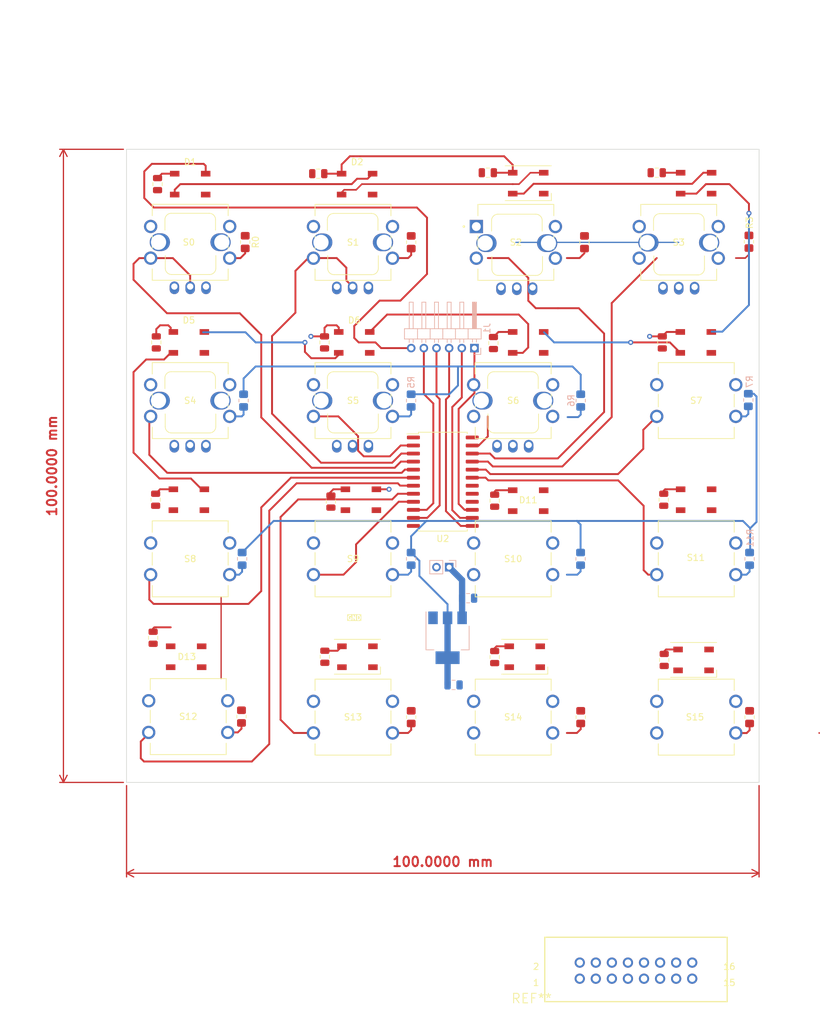
<source format=kicad_pcb>
(kicad_pcb (version 20221018) (generator pcbnew)
  (layers (0 "F.Cu" signal) (31 "B.Cu" signal) (34 "B.Paste" user) (35 "F.Paste" user) (36 "B.SilkS" user "B.Silkscreen") (37 "F.SilkS" user "F.Silkscreen") (38 "B.Mask" user) (39 "F.Mask" user) (44 "Edge.Cuts" user))
  (net 0 "")
  (net 1 "GND")
  (net 4 "unconnected-(D10-DIN-Pad4)")
  (net 8 "Net-(D1-DOUT)")
  (net 9 "NEO_DIN")
  (net 10 "Net-(D2-DOUT)")
  (net 11 "D13_DOUT")
  (net 12 "Net-(D14-DOUT)")
  (net 13 "Net-(D15-DOUT)")
  (net 14 "Net-(D3-DOUT)")
  (net 16 "Net-(D13-DOUT)")
  (net 18 "M1_A4")
  (net 19 "M1_A6")
  (net 20 "M1_A7")
  (net 21 "M1_A5")
  (net 22 "M1_A3")
  (net 23 "M1_A0")
  (net 24 "M1_A1")
  (net 25 "M1_A2")
  (net 26 "M1_A15")
  (net 27 "M1_A14")
  (net 28 "M1_A13")
  (net 29 "M1_A12")
  (net 30 "M1_A11")
  (net 31 "M1_A10")
  (net 32 "M1_A9")
  (net 33 "M1_A8")
  (net 35 "Net-(R0-Pad2)")
  (net 36 "Net-(R1-Pad2)")
  (net 37 "Net-(R2-Pad2)")
  (net 38 "Net-(R3-Pad2)")
  (net 39 "Net-(R4-Pad1)")
  (net 40 "Net-(R5-Pad2)")
  (net 41 "Net-(R6-Pad1)")
  (net 42 "Net-(R7-Pad1)")
  (net 43 "Net-(R8-Pad2)")
  (net 44 "Net-(R9-Pad2)")
  (net 45 "Net-(R10-Pad2)")
  (net 46 "Net-(R11-Pad2)")
  (net 47 "Net-(R12-Pad1)")
  (net 48 "Net-(R13-Pad1)")
  (net 49 "Net-(R14-Pad1)")
  (net 50 "Net-(R15-Pad1)")
  (net 51 "+5V")
  (net 52 "D4_OUT")
  (net 53 "D5_DOUT")
  (net 54 "Net-(D5-DIN)")
  (net 55 "Net-(D6-DIN)")
  (net 56 "Net-(D7-DIN)")
  (net 57 "Net-(J1-Pin_1)")
  (net 58 "Net-(J1-Pin_2)")
  (net 59 "Net-(J1-Pin_5)")
  (net 60 "Net-(J1-Pin_3)")
  (net 61 "Net-(J1-Pin_4)")
  (net 62 "AMS_+3V")
  (net 63 "AMS_V_IN")
  (net 64 "AMS_VOUT")
  (footprint "LED_SMD:LED_WS2812B_PLCC4_5.0x5.0mm_P3.2mm" (layer "F.Cu") (at 113.5 78)
    (fp_text reference "D7" hide)
    (fp_text value "WS2812B" hide)
  )
  (footprint "LED_SMD:LED_WS2812B_PLCC4_5.0x5.0mm_P3.2mm" (layer "F.Cu") (at 87.05 102.85)
    (fp_text reference "D10" hide)
    (fp_text value "WS2812B" hide)
  )
  (footprint "Capacitor_SMD:C_0805_2012Metric" (layer "F.Cu") (at 134.7 78 -90)
    (fp_text reference "C8" hide)
    (fp_text value "100n" hide)
  )
  (footprint "LED_SMD:LED_WS2812B_PLCC4_5.0x5.0mm_P3.2mm" (layer "F.Cu") (at 60.06 53)
    (fp_text reference "D1")
    (fp_text value "WS2812B" hide)
  )
  (footprint "LED_SMD:LED_WS2812B_PLCC4_5.0x5.0mm_P3.2mm" (layer "F.Cu") (at 140.05 52.85)
    (fp_text reference "D4" hide)
    (fp_text value "WS2812B" hide)
  )
  (footprint "Resistor_SMD:R_0805_2012Metric_Pad1.20x1.40mm_HandSolder" (layer "F.Cu") (at 121.8 137.1875 90)
    (fp_text reference "R14" hide)
    (fp_text value "R" hide)
  )
  (footprint "TL1100F160Q:SW_TL1100F160Q" (layer "F.Cu") (at 140.07 137.1875)
    (fp_text reference "S15")
    (fp_text value "TL1100F160Q" hide)
  )
  (footprint "LED_SMD:LED_WS2812B_PLCC4_5.0x5.0mm_P3.2mm" (layer "F.Cu") (at 140 78)
    (fp_text reference "D8" hide)
    (fp_text value "WS2812B" hide)
  )
  (footprint "LED_SMD:LED_WS2812B_PLCC4_5.0x5.0mm_P3.2mm" (layer "F.Cu") (at 59.425 127.65)
    (fp_text reference "D13")
    (fp_text value "WS2812B" hide)
  )
  (footprint "Resistor_SMD:R_0805_2012Metric_Pad1.20x1.40mm_HandSolder" (layer "F.Cu") (at 122.4 62.1775 -90)
    (fp_text reference "R2" hide)
    (fp_text value "R" hide)
  )
  (footprint "Package_SO:SOIC-24W_7.5x15.4mm_P1.27mm" (layer "F.Cu") (at 100 100)
    (fp_text reference "U2")
    (fp_text value "CD74HC4067M" hide)
  )
  (footprint "TL1100F160Q:SW_TL1100F160Q" (layer "F.Cu") (at 140.07 112.1875)
    (fp_text reference "S11")
    (fp_text value "TL1100F160Q" hide)
  )
  (footprint "TL1100F160Q:SW_TL1100F160Q" (layer "F.Cu") (at 111.125 112.1875)
    (fp_text reference "S10")
    (fp_text value "TL1100F160Q" hide)
  )
  (footprint "Capacitor_SMD:C_0805_2012Metric" (layer "F.Cu") (at 81.35 127.65 -90)
    (fp_text reference "C14" hide)
    (fp_text value "100n" hide)
  )
  (footprint "Capacitor_SMD:C_0805_2012Metric" (layer "F.Cu") (at 82.31 103.14 -90)
    (fp_text reference "C10" hide)
    (fp_text value "100n" hide)
  )
  (footprint "Capacitor_SMD:C_0805_2012Metric" (layer "F.Cu") (at 107.115 51.2 180)
    (fp_text reference "C3" hide)
    (fp_text value "100n" hide)
  )
  (footprint "Capacitor_SMD:C_0805_2012Metric" (layer "F.Cu") (at 108.2 103 -90)
    (fp_text reference "C11" hide)
    (fp_text value "100n" hide)
  )
  (footprint "Capacitor_SMD:C_0805_2012Metric" (layer "F.Cu") (at 80.31 51.35 180)
    (fp_text reference "C02" hide)
    (fp_text value "100n" hide)
  )
  (footprint "Resistor_SMD:R_0805_2012Metric_Pad1.20x1.40mm_HandSolder" (layer "F.Cu") (at 95 62.1775 -90)
    (fp_text reference "R1" hide)
    (fp_text value "R" hide)
  )
  (footprint "Capacitor_SMD:C_0805_2012Metric" (layer "F.Cu") (at 54.7 78 -90)
    (fp_text reference "C5" hide)
    (fp_text value "100n" hide)
  )
  (footprint "TL1100F160Q:SW_TL1100F160Q" (layer "F.Cu") (at 111.55 62.2)
    (fp_text reference "S2")
    (fp_text value "TL1100F160Q" hide)
  )
  (footprint "TL1100F160Q:SW_TL1100F160Q" (layer "F.Cu") (at 85.8 112.1875)
    (fp_text reference "S9")
    (fp_text value "TL1100F160Q" hide)
  )
  (footprint "TL1100F160Q:SW_TL1100F160Q" (layer "F.Cu") (at 85.8 87.1875)
    (fp_text reference "S5")
    (fp_text value "TL1100F160Q" hide)
  )
  (footprint "TL1100F160Q:SW_TL1100F160Q" (layer "F.Cu") (at 111.125 87.1875)
    (fp_text reference "S6")
    (fp_text value "TL1100F160Q" hide)
  )
  (footprint "TL1100F160Q:SW_TL1100F160Q" (layer "F.Cu") (at 140.07 87.1875)
    (fp_text reference "S7")
    (fp_text value "TL1100F160Q" hide)
  )
  (footprint "LED_SMD:LED_WS2812B_PLCC4_5.0x5.0mm_P3.2mm" (layer "F.Cu") (at 86.5 127.65)
    (fp_text reference "D14" hide)
    (fp_text value "WS2812B" hide)
  )
  (footprint "TL1100F160Q:SW_TL1100F160Q" (layer "F.Cu") (at 85.8 137.1875)
    (fp_text reference "S13")
    (fp_text value "TL1100F160Q" hide)
  )
  (footprint "LED_SMD:LED_WS2812B_PLCC4_5.0x5.0mm_P3.2mm" (layer "F.Cu") (at 140.05 102.85)
    (fp_text reference "D12" hide)
    (fp_text value "WS2812B" hide)
  )
  (footprint "Resistor_SMD:R_0805_2012Metric_Pad1.20x1.40mm_HandSolder" (layer "F.Cu") (at 148.5 137.1875 90)
    (fp_text reference "R15" hide)
    (fp_text value "R" hide)
  )
  (footprint "Resistor_SMD:R_0805_2012Metric_Pad1.20x1.40mm_HandSolder" (layer "F.Cu") (at 148.4 62.1 -90)
    (fp_text reference "R3")
    (fp_text value "R" hide)
  )
  (footprint "Capacitor_SMD:C_0805_2012Metric" (layer "F.Cu") (at 134.93 102.85 -90)
    (fp_text reference "C12" hide)
    (fp_text value "100n" hide)
  )
  (footprint "Resistor_SMD:R_0805_2012Metric_Pad1.20x1.40mm_HandSolder" (layer "F.Cu") (at 68.758 62.154 -90)
    (fp_text reference "R0")
    (fp_text value "R" hide)
  )
  (footprint "Potentiometer_THT:Potentiometer_Alps_RK09L_Single_Vertical" (layer "F.Cu") (at 78.44 87.3)
    (fp_text reference "UI1010" hide)
    (fp_text value "P090S-04F20BR10K (NF)" hide)
  )
  (footprint "LED_SMD:LED_WS2812B_PLCC4_5.0x5.0mm_P3.2mm" (layer "F.Cu") (at 59.85 102.85)
    (fp_text reference "D9" hide)
    (fp_text value "WS2812B" hide)
  )
  (footprint "Resistor_SMD:R_0805_2012Metric_Pad1.20x1.40mm_HandSolder" (layer "F.Cu") (at 95 137.1875 90)
    (fp_text reference "R13" hide)
    (fp_text value "R" hide)
  )
  (footprint "Potentiometer_THT:Potentiometer_Alps_RK09L_Single_Vertical" (layer "F.Cu") (at 130.005 62.3375)
    (fp_text reference "UI1010" hide)
    (fp_text value "P090S-04F20BR10K (NF)" hide)
  )
  (footprint "LED_SMD:LED_WS2812B_PLCC4_5.0x5.0mm_P3.2mm" (layer "F.Cu") (at 139.645 128.15)
    (fp_text reference "D16" hide)
    (fp_text value "WS2812B" hide)
  )
  (footprint "Potentiometer_THT:Potentiometer_Alps_RK09L_Single_Vertical" (layer "F.Cu") (at 78.44 62.3)
    (fp_text reference "UI1010" hide)
    (fp_text value "P090S-04F20BR10K (NF)" hide)
  )
  (footprint "TL1100F160Q:SW_TL1100F160Q" (layer "F.Cu") (at 111.125 137.1875)
    (fp_text reference "S14")
    (fp_text value "TL1100F160Q" hide)
  )
  (footprint "TL1100F160Q:SW_TL1100F160Q" (layer "F.Cu") (at 60.06 62.1875)
    (fp_text reference "S0")
    (fp_text value "TL1100F160Q" hide)
  )
  (footprint "TL1100F160Q:SW_TL1100F160Q" (layer "F.Cu") (at 59.75 137.1)
    (fp_text reference "S12")
    (fp_text value "TL1100F160Q" hide)
  )
  (footprint "LED_SMD:LED_WS2812B_PLCC4_5.0x5.0mm_P3.2mm" (layer "F.Cu") (at 85.9975 78)
    (fp_text reference "D6")
    (fp_text value "WS2812B" hide)
  )
  (footprint "LED_SMD:LED_WS2812B_PLCC4_5.0x5.0mm_P3.2mm" (layer "F.Cu") (at 113.50481 52.85)
    (fp_text reference "D3" hide)
    (fp_text value "WS2812B" hide)
  )
  (footprint "Potentiometer_THT:Potentiometer_Alps_RK09L_Single_Vertical" (layer "F.Cu") (at 52.76 62.2775)
    (fp_text reference "UI1010" hide)
    (fp_text value "P090S-04F20BR10K (NF)" hide)
  )
  (footprint "LED_SMD:LED_WS2812B_PLCC4_5.0x5.0mm_P3.2mm" (layer "F.Cu") (at 59.85 78)
    (fp_text reference "D5")
    (fp_text value "WS2812B" hide)
  )
  (footprint "Capacitor_SMD:C_0805_2012Metric" (layer "F.Cu") (at 54.6 102.85 -90)
    (fp_text reference "C9" hide)
    (fp_text value "100n" hide)
  )
  (footprint "Samtec8x2:SAMTEC-TST-108-01-X-D" (layer "F.Cu") (at 130.54 177.03751)
    (fp_text reference "REF**")
    (fp_text value "SAMTEC-TST-108-01-X-D")
  )
  (footprint "Resistor_SMD:R_0805_2012Metric_Pad1.20x1.40mm_HandSolder" (layer "F.Cu") (at 68.17 137.1 90)
    (fp_text reference "R12" hide)
    (fp_text value "R" hide)
  )
  (footprint "Potentiometer_THT:Potentiometer_Alps_RK09L_Single_Vertical" (layer "F.Cu") (at 103.775 87.3)
    (fp_text reference "UI1010" hide)
    (fp_text value "P090S-04F20BR10K (NF)" hide)
  )
  (footprint "TL1100F160Q:SW_TL1100F160Q" (layer "F.Cu") (at 85.8 62.2)
    (fp_text reference "S1")
    (fp_text value "TL1100F160Q" hide)
  )
  (footprint "Potentiometer_THT:Potentiometer_Alps_RK09L_Single_Vertical" (layer "F.Cu") (at 52.75 87.3)
    (fp_text reference "UI1010" hide)
    (fp_text value "P090S-04F20BR10K (NF)" hide)
  )
  (footprint "Capacitor_SMD:C_0805_2012Metric" (layer "F.Cu") (at 54.2 124.65 -90)
    (fp_text reference "C13" hide)
    (fp_text value "100n" hide)
  )
  (footprint "LED_SMD:LED_WS2812B_PLCC4_5.0x5.0mm_P3.2mm" (layer "F.Cu") (at 113.5 103)
    (fp_text reference "D11")
    (fp_text value "WS2812B" hide)
  )
  (footprint "Capacitor_SMD:C_0805_2012Metric" (layer "F.Cu") (at 81.3 78 -90)
    (fp_text reference "C6" hide)
    (fp_text value "100n" hide)
  )
  (footprint "TL1100F160Q:SW_TL1100F160Q" (layer "F.Cu") (at 60.06 112.1875)
    (fp_text reference "S8")
    (fp_text value "TL1100F160Q" hide)
  )
  (footprint "TL1100F160Q:SW_TL1100F160Q" (layer "F.Cu") (at 60.06 87.1875)
    (fp_text reference "S4")
    (fp_text value "TL1100F160Q" hide)
  )
  (footprint "Capacitor_SMD:C_0805_2012Metric" (layer "F.Cu") (at 54.9 53 -90)
    (fp_text reference "C01" hide)
    (fp_text value "100n" hide)
  )
  (footprint "LED_SMD:LED_WS2812B_PLCC4_5.0x5.0mm_P3.2mm" (layer "F.Cu") (at 112.95 127.65)
    (fp_text reference "D15" hide)
    (fp_text value "WS2812B" hide)
  )
  (footprint "Potentiometer_THT:Potentiometer_Alps_RK09L_Single_Vertical" (layer "F.Cu") (at 104.4 62.4225)
    (fp_text reference "UI1010" hide)
    (fp_text value "P090S-04F20BR10K (NF)" hide)
  )
  (footprint "Capacitor_SMD:C_0805_2012Metric" (layer "F.Cu") (at 133.82 51.2 180)
    (fp_text reference "C4" hide)
    (fp_text value "100n" hide)
  )
  (footprint "Capacitor_SMD:C_0805_2012Metric" (layer "F.Cu") (at 108 78.1 -90)
    (fp_text reference "C7" hide)
    (fp_text value "100n" hide)
  )
  (footprint "Capacitor_SMD:C_0805_2012Metric" (layer "F.Cu") (at 108.2 127.7 -90)
    (fp_text reference "C15" hide)
    (fp_text value "100n" hide)
  )
  (footprint "TL1100F160Q:SW_TL1100F160Q" (layer "F.Cu") (at 137.3 62.2)
    (fp_text reference "S3")
    (fp_text value "TL1100F160Q" hide)
  )
  (footprint "Capacitor_SMD:C_0805_2012Metric" (layer "F.Cu") (at 135 128.15 -90)
    (fp_text reference "C16" hide)
    (fp_text value "100n" hide)
  )
  (footprint "LED_SMD:LED_WS2812B_PLCC4_5.0x5.0mm_P3.2mm" (layer "F.Cu") (at 86.45 53)
    (fp_text reference "D2")
    (fp_text value "WS2812B" hide)
  )
  (footprint "Capacitor_SMD:C_0805_2012Metric" (layer "B.Cu") (at 104 118.4 180)
    (fp_text reference "C18" hide)
    (fp_text value "10Uf" hide)
  )
  (footprint "Resistor_SMD:R_0805_2012Metric_Pad1.20x1.40mm_HandSolder" (layer "B.Cu") (at 68.5 87.1875 90)
    (fp_text reference "R4" hide)
    (fp_text value "R" hide)
  )
  (footprint "Capacitor_SMD:C_0805_2012Metric" (layer "B.Cu") (at 101.7 132.1 180)
    (fp_text reference "C17" hide)
    (fp_text value "10Uf" hide)
  )
  (footprint "Connector_PinSocket_2.00mm:PinSocket_1x02_P2.00mm_Vertical" (layer "B.Cu") (at 101 113.5 90)
    (fp_text reference "REF**" hide)
    (fp_text value "PinSocket_1x02_P2.00mm_Vertical" hide)
  )
  (footprint "Resistor_SMD:R_0805_2012Metric_Pad1.20x1.40mm_HandSolder" (layer "B.Cu") (at 148.5 112.1875 -90)
    (fp_text reference "R11")
    (fp_text value "R" hide)
  )
  (footprint "Resistor_SMD:R_0805_2012Metric_Pad1.20x1.40mm_HandSolder" (layer "B.Cu") (at 94.99 112.1875 -90)
    (fp_text reference "R9" hide)
    (fp_text value "R" hide)
  )
  (footprint "Connector_PinHeader_2.00mm:PinHeader_1x06_P2.00mm_Horizontal" (layer "B.Cu") (at 105 78.9 90)
    (fp_text reference "J1")
    (fp_text value "Conn_01x06_MountingPin" hide)
  )
  (footprint "Resistor_SMD:R_0805_2012Metric_Pad1.20x1.40mm_HandSolder" (layer "B.Cu") (at 121.78 112.1875 -90)
    (fp_text reference "R10" hide)
    (fp_text value "R" hide)
  )
  (footprint "Resistor_SMD:R_0805_2012Metric_Pad1.20x1.40mm_HandSolder" (layer "B.Cu") (at 121.8 87.1875 90)
    (fp_text reference "R6")
    (fp_text value "R" hide)
  )
  (footprint "Resistor_SMD:R_0805_2012Metric_Pad1.20x1.40mm_HandSolder" (layer "B.Cu") (at 94.99 87.1875 -90)
    (fp_text reference "R5")
    (fp_text value "R" hide)
  )
  (footprint "Resistor_SMD:R_0805_2012Metric_Pad1.20x1.40mm_HandSolder" (layer "B.Cu") (at 68.27 112.1875 -90)
    (fp_text reference "R8" hide)
    (fp_text value "R" hide)
  )
  (footprint "Package_TO_SOT_SMD:SOT-223-3_TabPin2" (layer "B.Cu") (at 100.75 124.65 -90)
    (fp_text reference "U1" hide)
    (fp_text value "AMS1117-3.3")
  )
  (footprint "Resistor_SMD:R_0805_2012Metric_Pad1.20x1.40mm_HandSolder" (layer "B.Cu") (at 148.3 87.1 90)
    (fp_text reference "R7")
    (fp_text value "R" hide)
  )
  (gr_line (start 64.95 131.1) (end 64.95 118.2) (stroke (width 0.2)) (layer "F.Cu"))
  (gr_line (start 111.55 62.2) (end 137.3 62.2) (stroke (width 0.2)) (layer "B.Cu"))
  (gr_line (start 50 47.5) (end 50 147.5) (stroke (width 0.1)) (layer "Edge.Cuts"))
  (gr_line (start 150 47.5) (end 50 47.5) (stroke (width 0.1)) (layer "Edge.Cuts"))
  (gr_line (start 150 147.5) (end 150 47.5) (stroke (width 0.1)) (layer "Edge.Cuts"))
  (gr_line (start 50 147.5) (end 150 147.5) (stroke (width 0.1)) (layer "Edge.Cuts"))
  (gr_text "GND" (at 86 121.5) (layer "F.SilkS" knockout) (effects (font (size 0.7 0.7) (thickness 0.175))))
  (dimension (type aligned) (layer "F.Cu") (pts (xy 150 147.5) (xy 50 147.5)) (height -14.34) (gr_text "100.0000 mm" (at 100 160.04) (layer "F.Cu") (effects (font (size 1.5 1.5) (thickness 0.3)))) (format (prefix "") (suffix "") (units 3) (units_format 1) (precision 4)) (style (thickness 0.2) (arrow_length 1.27) (text_position_mode 0) (extension_height 0.58642) (extension_offset 0.5) keep_text_aligned))
  (dimension (type aligned) (layer "F.Cu") (pts (xy 50 147.5) (xy 50 47.5)) (height -9.98) (gr_text "100.0000 mm" (at 38.22 97.5 90) (layer "F.Cu") (effects (font (size 1.5 1.5) (thickness 0.3)))) (format (prefix "") (suffix "") (units 3) (units_format 1) (precision 4)) (style (thickness 0.2) (arrow_length 1.27) (text_position_mode 0) (extension_height 0.58642) (extension_offset 0.5) keep_text_aligned))
  (segment (start 159.5 139.6875) (end 159.51 139.6975) (width 0.25) (layer "F.Cu") (net 0))
  (segment (start 89.5 101.2) (end 91.5 101.2) (width 0.3) (layer "F.Cu") (net 4))
  (via (at 91.5 101.2) (size 0.8) (drill 0.4) (layers "F.Cu" "B.Cu") (net 4))
  (segment (start 86.45 52.15) (end 88.1 52.15) (width 0.3) (layer "F.Cu") (net 8))
  (segment (start 88.1 52.15) (end 88.9 51.35) (width 0.3) (layer "F.Cu") (net 8))
  (segment (start 85.6 53) (end 86.45 52.15) (width 0.3) (layer "F.Cu") (net 8))
  (segment (start 57.61 53.89) (end 58.5 53) (width 0.3) (layer "F.Cu") (net 8))
  (segment (start 58.5 53) (end 85.6 53) (width 0.3) (layer "F.Cu") (net 8))
  (segment (start 57.61 54.65) (end 57.61 53.89) (width 0.3) (layer "F.Cu") (net 8))
  (segment (start 97.5 58.3) (end 97.5 67.2) (width 0.3) (layer "F.Cu") (net 9))
  (segment (start 90.25 78.9) (end 95 78.9) (width 0.3) (layer "F.Cu") (net 9))
  (segment (start 95.9 56.7) (end 97.5 58.3) (width 0.3) (layer "F.Cu") (net 9))
  (segment (start 62.51 51.35) (end 62.51 50.11) (width 0.3) (layer "F.Cu") (net 9))
  (segment (start 62.51 50.11) (end 62.2 49.8) (width 0.3) (layer "F.Cu") (net 9))
  (segment (start 86 77.3) (end 86.7 78) (width 0.3) (layer "F.Cu") (net 9))
  (segment (start 54.3 56.7) (end 95.9 56.7) (width 0.3) (layer "F.Cu") (net 9))
  (segment (start 54 49.8) (end 52.8 51) (width 0.3) (layer "F.Cu") (net 9))
  (segment (start 62.2 49.8) (end 54 49.8) (width 0.3) (layer "F.Cu") (net 9))
  (segment (start 52.8 51) (end 52.8 55.2) (width 0.3) (layer "F.Cu") (net 9))
  (segment (start 90 71.4) (end 86 75.4) (width 0.3) (layer "F.Cu") (net 9))
  (segment (start 52.8 55.2) (end 54.3 56.7) (width 0.3) (layer "F.Cu") (net 9))
  (segment (start 86 75.4) (end 86 77.3) (width 0.3) (layer "F.Cu") (net 9))
  (segment (start 97.5 67.2) (end 93.3 71.4) (width 0.3) (layer "F.Cu") (net 9))
  (segment (start 89.35 78) (end 90.25 78.9) (width 0.3) (layer "F.Cu") (net 9))
  (segment (start 86.7 78) (end 89.35 78) (width 0.3) (layer "F.Cu") (net 9))
  (segment (start 93.3 71.4) (end 90 71.4) (width 0.3) (layer "F.Cu") (net 9))
  (segment (start 84 54.3) (end 84.4 53.9) (width 0.254) (layer "F.Cu") (net 10))
  (segment (start 87.2 53) (end 111.11726 53) (width 0.254) (layer "F.Cu") (net 10))
  (segment (start 84.4 53.9) (end 86.3 53.9) (width 0.254) (layer "F.Cu") (net 10))
  (segment (start 113.85 51.2) (end 115.95481 51.2) (width 0.254) (layer "F.Cu") (net 10))
  (segment (start 112.05 53) (end 113.85 51.2) (width 0.254) (layer "F.Cu") (net 10))
  (segment (start 84 54.65) (end 84 54.3) (width 0.254) (layer "F.Cu") (net 10))
  (segment (start 86.3 53.9) (end 87.2 53) (width 0.254) (layer "F.Cu") (net 10))
  (segment (start 111 53) (end 112.05 53) (width 0.254) (layer "F.Cu") (net 10))
  (segment (start 112.8 54.5) (end 111.05481 54.5) (width 0.3) (layer "F.Cu") (net 14))
  (segment (start 114.35 52.95) (end 112.8 54.5) (width 0.3) (layer "F.Cu") (net 14))
  (segment (start 139.43 52.95) (end 114.35 52.95) (width 0.3) (layer "F.Cu") (net 14))
  (segment (start 142.5 51.2) (end 141.18 51.2) (width 0.3) (layer "F.Cu") (net 14))
  (segment (start 141.18 51.2) (end 139.43 52.95) (width 0.3) (layer "F.Cu") (net 14))
  (segment (start 53.6 95.764) (end 53.6 89.6875) (width 0.3) (layer "F.Cu") (net 18))
  (segment (start 93.495 98.6) (end 56.436 98.6) (width 0.3) (layer "F.Cu") (net 18))
  (segment (start 95.35 98.095) (end 94 98.095) (width 0.3) (layer "F.Cu") (net 18))
  (segment (start 94 98.095) (end 93.495 98.6) (width 0.3) (layer "F.Cu") (net 18))
  (segment (start 56.436 98.6) (end 53.6 95.764) (width 0.3) (layer "F.Cu") (net 18))
  (segment (start 84.75 68.21) (end 85.74 69.2) (width 0.3) (layer "F.Cu") (net 19))
  (segment (start 73 89.255) (end 73 77) (width 0.3) (layer "F.Cu") (net 19))
  (segment (start 78.7225 64.6775) (end 83.2275 64.6775) (width 0.3) (layer "F.Cu") (net 19))
  (segment (start 95.35 95.555) (end 93.445 95.555) (width 0.3) (layer "F.Cu") (net 19))
  (segment (start 84.75 66.2) (end 84.75 68.21) (width 0.3) (layer "F.Cu") (net 19))
  (segment (start 76.7 66.7) (end 78.7225 64.6775) (width 0.3) (layer "F.Cu") (net 19))
  (segment (start 73 77) (end 76.7 73.3) (width 0.3) (layer "F.Cu") (net 19))
  (segment (start 83.2275 64.6775) (end 84.75 66.2) (width 0.3) (layer "F.Cu") (net 19))
  (segment (start 76.7 73.3) (end 76.7 66.7) (width 0.3) (layer "F.Cu") (net 19))
  (segment (start 80.745 97) (end 73 89.255) (width 0.3) (layer "F.Cu") (net 19))
  (segment (start 92 97) (end 80.745 97) (width 0.3) (layer "F.Cu") (net 19))
  (segment (start 93.445 95.555) (end 92 97) (width 0.3) (layer "F.Cu") (net 19))
  (segment (start 83.4875 89.6875) (end 80.31 89.6875) (width 0.3) (layer "F.Cu") (net 20))
  (segment (start 86.6 94.2) (end 86.6 92.8) (width 0.3) (layer "F.Cu") (net 20))
  (segment (start 86.6 94.2) (end 86.6 95.1) (width 0.3) (layer "F.Cu") (net 20))
  (segment (start 87.5 96) (end 91.621447 96) (width 0.3) (layer "F.Cu") (net 20))
  (segment (start 91.621447 96) (end 93.336447 94.285) (width 0.3) (layer "F.Cu") (net 20))
  (segment (start 93.336447 94.285) (end 95.35 94.285) (width 0.3) (layer "F.Cu") (net 20))
  (segment (start 86.6 95.1) (end 87.5 96) (width 0.3) (layer "F.Cu") (net 20))
  (segment (start 86.6 92.8) (end 83.4875 89.6875) (width 0.3) (layer "F.Cu") (net 20))
  (segment (start 51.1 68.1) (end 56.4 73.4) (width 0.3) (layer "F.Cu") (net 21))
  (segment (start 71.3 76.8) (end 71.3 89.842) (width 0.3) (layer "F.Cu") (net 21))
  (segment (start 60.06 69.1775) (end 60.06 67.426) (width 0.3) (layer "F.Cu") (net 21))
  (segment (start 71.3 89.842) (end 79.258 97.8) (width 0.3) (layer "F.Cu") (net 21))
  (segment (start 93.375 96.825) (end 95.35 96.825) (width 0.3) (layer "F.Cu") (net 21))
  (segment (start 51.1 65.6) (end 51.1 68.1) (width 0.3) (layer "F.Cu") (net 21))
  (segment (start 79.258 97.8) (end 92.4 97.8) (width 0.3) (layer "F.Cu") (net 21))
  (segment (start 57.3215 64.6875) (end 53.81 64.6875) (width 0.3) (layer "F.Cu") (net 21))
  (segment (start 92.4 97.8) (end 93.375 96.825) (width 0.3) (layer "F.Cu") (net 21))
  (segment (start 52.0125 64.6875) (end 51.1 65.6) (width 0.3) (layer "F.Cu") (net 21))
  (segment (start 56.4 73.4) (end 67.9 73.4) (width 0.3) (layer "F.Cu") (net 21))
  (segment (start 53.81 64.6875) (end 52.0125 64.6875) (width 0.3) (layer "F.Cu") (net 21))
  (segment (start 60.06 67.426) (end 57.3215 64.6875) (width 0.3) (layer "F.Cu") (net 21))
  (segment (start 67.9 73.4) (end 71.3 76.8) (width 0.3) (layer "F.Cu") (net 21))
  (segment (start 53.6 118.624) (end 54.28 119.304) (width 0.3) (layer "F.Cu") (net 22))
  (segment (start 69.266 119.304) (end 71.298 117.272) (width 0.3) (layer "F.Cu") (net 22))
  (segment (start 54.28 119.304) (end 69.266 119.304) (width 0.3) (layer "F.Cu") (net 22))
  (segment (start 71.298 104.064) (end 75.997 99.365) (width 0.3) (layer "F.Cu") (net 22))
  (segment (start 71.298 117.272) (end 71.298 104.064) (width 0.3) (layer "F.Cu") (net 22))
  (segment (start 53.6 114.6875) (end 53.6 118.624) (width 0.3) (layer "F.Cu") (net 22))
  (segment (start 75.997 99.365) (end 95.35 99.365) (width 0.3) (layer "F.Cu") (net 22))
  (segment (start 84.2965 114.6875) (end 80.31 114.6875) (width 0.3) (layer "F.Cu") (net 23))
  (segment (start 86.284 112.7) (end 84.2965 114.6875) (width 0.3) (layer "F.Cu") (net 23))
  (segment (start 86.284 109.906) (end 86.284 112.7) (width 0.3) (layer "F.Cu") (net 23))
  (segment (start 95.36 103.16) (end 93.03 103.16) (width 0.3) (layer "F.Cu") (net 23))
  (segment (start 93.03 103.16) (end 86.284 109.906) (width 0.3) (layer "F.Cu") (net 23))
  (segment (start 92.895 101.905) (end 92 102.8) (width 0.3) (layer "F.Cu") (net 24))
  (segment (start 74.346 137.592) (end 76.4415 139.6875) (width 0.3) (layer "F.Cu") (net 24))
  (segment (start 77.134 102.8) (end 74.346 105.588) (width 0.3) (layer "F.Cu") (net 24))
  (segment (start 76.4415 139.6875) (end 80.31 139.6875) (width 0.3) (layer "F.Cu") (net 24))
  (segment (start 95.35 101.905) (end 92.895 101.905) (width 0.3) (layer "F.Cu") (net 24))
  (segment (start 74.346 105.588) (end 74.346 137.592) (width 0.3) (layer "F.Cu") (net 24))
  (segment (start 92 102.8) (end 77.134 102.8) (width 0.3) (layer "F.Cu") (net 24))
  (segment (start 72.568 104.572) (end 76.886 100.254) (width 0.3) (layer "F.Cu") (net 25))
  (segment (start 69.804 144.196) (end 72.568 141.432) (width 0.3) (layer "F.Cu") (net 25))
  (segment (start 76.886 100.254) (end 92.888 100.254) (width 0.3) (layer "F.Cu") (net 25))
  (segment (start 72.568 141.432) (end 72.568 104.572) (width 0.3) (layer "F.Cu") (net 25))
  (segment (start 53.6 139.6875) (end 52.248 141.0395) (width 0.3) (layer "F.Cu") (net 25))
  (segment (start 92.888 100.254) (end 93.254 100.62) (width 0.3) (layer "F.Cu") (net 25))
  (segment (start 52.248 141.0395) (end 52.248 143.688) (width 0.3) (layer "F.Cu") (net 25))
  (segment (start 93.254 100.62) (end 95.36 100.62) (width 0.3) (layer "F.Cu") (net 25))
  (segment (start 52.756 144.196) (end 69.804 144.196) (width 0.3) (layer "F.Cu") (net 25))
  (segment (start 52.248 143.688) (end 52.756 144.196) (width 0.3) (layer "F.Cu") (net 25))
  (segment (start 107.2 99.8) (end 106.765 99.365) (width 0.3) (layer "F.Cu") (net 29))
  (segment (start 106.765 99.365) (end 104.65 99.365) (width 0.3) (layer "F.Cu") (net 29))
  (segment (start 131.75 103.81) (end 127.74 99.8) (width 0.3) (layer "F.Cu") (net 29))
  (segment (start 127.74 99.8) (end 107.2 99.8) (width 0.3) (layer "F.Cu") (net 29))
  (segment (start 133.82 114.6875) (end 132.4675 114.6875) (width 0.3) (layer "F.Cu") (net 29))
  (segment (start 132.4675 114.6875) (end 131.75 113.97) (width 0.3) (layer "F.Cu") (net 29))
  (segment (start 131.75 113.97) (end 131.75 103.81) (width 0.3) (layer "F.Cu") (net 29))
  (segment (start 131.7 91.8075) (end 133.82 89.6875) (width 0.3) (layer "F.Cu") (net 30))
  (segment (start 104.65 98.095) (end 106.795 98.095) (width 0.3) (layer "F.Cu") (net 30))
  (segment (start 107.5 98.8) (end 127.7 98.8) (width 0.3) (layer "F.Cu") (net 30))
  (segment (start 131.7 94.8) (end 131.7 91.8075) (width 0.3) (layer "F.Cu") (net 30))
  (segment (start 106.795 98.095) (end 107.5 98.8) (width 0.3) (layer "F.Cu") (net 30))
  (segment (start 127.7 98.8) (end 131.7 94.8) (width 0.3) (layer "F.Cu") (net 30))
  (segment (start 107.125 96.825) (end 107.895 97.595) (width 0.3) (layer "F.Cu") (net 31))
  (segment (start 107.895 97.595) (end 118.905 97.595) (width 0.3) (layer "F.Cu") (net 31))
  (segment (start 104.65 96.825) (end 107.125 96.825) (width 0.3) (layer "F.Cu") (net 31))
  (segment (start 126.7 71.7975) (end 133.82 64.6775) (width 0.3) (layer "F.Cu") (net 31))
  (segment (start 126.7 89.8) (end 126.7 71.7975) (width 0.3) (layer "F.Cu") (net 31))
  (segment (start 118.905 97.595) (end 126.7 89.8) (width 0.3) (layer "F.Cu") (net 31))
  (segment (start 104.65 96.825) (end 104.725 96.9) (width 0.3) (layer "F.Cu") (net 31))
  (segment (start 113.515 71.415) (end 114.7 72.6) (width 0.3) (layer "F.Cu") (net 32))
  (segment (start 125.5 76.6) (end 125.5 89) (width 0.3) (layer "F.Cu") (net 32))
  (segment (start 107.455 95.555) (end 104.65 95.555) (width 0.3) (layer "F.Cu") (net 32))
  (segment (start 114.7 72.6) (end 118.2 72.6) (width 0.3) (layer "F.Cu") (net 32))
  (segment (start 113.515 67.815) (end 113.515 69.3) (width 0.3) (layer "F.Cu") (net 32))
  (segment (start 107.115 64.6775) (end 110.3775 64.6775) (width 0.3) (layer "F.Cu") (net 32))
  (segment (start 113.515 69.3) (end 113.515 71.415) (width 0.3) (layer "F.Cu") (net 32))
  (segment (start 110.3775 64.6775) (end 113.515 67.815) (width 0.3) (layer "F.Cu") (net 32))
  (segment (start 118.175 96.325) (end 108.225 96.325) (width 0.3) (layer "F.Cu") (net 32))
  (segment (start 108.225 96.325) (end 107.455 95.555) (width 0.3) (layer "F.Cu") (net 32))
  (segment (start 125.5 89) (end 118.175 96.325) (width 0.3) (layer "F.Cu") (net 32))
  (segment (start 121.5 72.6) (end 125.5 76.6) (width 0.3) (layer "F.Cu") (net 32))
  (segment (start 118.2 72.6) (end 121.5 72.6) (width 0.3) (layer "F.Cu") (net 32))
  (segment (start 105.675 94.285) (end 104.65 94.285) (width 0.3) (layer "F.Cu") (net 33))
  (segment (start 107.115 92.845) (end 105.675 94.285) (width 0.3) (layer "F.Cu") (net 33))
  (segment (start 107.115 89.6875) (end 107.115 92.845) (width 0.3) (layer "F.Cu") (net 33))
  (segment (start 68.0025 64.6875) (end 66.31 64.6875) (width 0.3) (layer "F.Cu") (net 35))
  (segment (start 68.758 63.154) (end 68.758 63.932) (width 0.3) (layer "F.Cu") (net 35))
  (segment (start 68.758 63.932) (end 68.0025 64.6875) (width 0.3) (layer "F.Cu") (net 35))
  (segment (start 92.56 64.6875) (end 92.57 64.6775) (width 0.25) (layer "F.Cu") (net 36))
  (segment (start 94.5225 64.6775) (end 95 64.2) (width 0.3) (layer "F.Cu") (net 36))
  (segment (start 92.81 64.6775) (end 94.5225 64.6775) (width 0.3) (layer "F.Cu") (net 36))
  (segment (start 95 64.2) (end 95 63.1775) (width 0.3) (layer "F.Cu") (net 36))
  (segment (start 119.615 64.6775) (end 121.6225 64.6775) (width 0.3) (layer "F.Cu") (net 37))
  (segment (start 121.6225 64.6775) (end 122.4 63.9) (width 0.3) (layer "F.Cu") (net 37))
  (segment (start 146.32 64.6775) (end 147.8225 64.6775) (width 0.25) (layer "F.Cu") (net 38))
  (segment (start 147.8225 64.6775) (end 148.4 64.1) (width 0.25) (layer "F.Cu") (net 38))
  (segment (start 148.4 64.1) (end 148.4 62.61) (width 0.25) (layer "F.Cu") (net 38))
  (segment (start 68.5 88.1875) (end 68.5 89.4) (width 0.3) (layer "B.Cu") (net 39))
  (segment (start 68.2125 89.6875) (end 66.31 89.6875) (width 0.3) (layer "B.Cu") (net 39))
  (segment (start 68.5 89.4) (end 68.2125 89.6875) (width 0.3) (layer "B.Cu") (net 39))
  (segment (start 94.99 89.41) (end 94.7125 89.6875) (width 0.3) (layer "B.Cu") (net 40))
  (segment (start 94.7125 89.6875) (end 92.81 89.6875) (width 0.3) (layer "B.Cu") (net 40))
  (segment (start 94.99 88.1875) (end 94.99 89.41) (width 0.3) (layer "B.Cu") (net 40))
  (segment (start 121.8 89.4) (end 121.4 89.8) (width 0.3) (layer "B.Cu") (net 41))
  (segment (start 121.4 89.8) (end 119.7275 89.8) (width 0.3) (layer "B.Cu") (net 41))
  (segment (start 121.8 88.1875) (end 121.8 89.4) (width 0.3) (layer "B.Cu") (net 41))
  (segment (start 148.3 89.3) (end 147.9125 89.6875) (width 0.3) (layer "B.Cu") (net 42))
  (segment (start 148.3 88.1) (end 148.3 89.3) (width 0.3) (layer "B.Cu") (net 42))
  (segment (start 147.9125 89.6875) (end 146.32 89.6875) (width 0.3) (layer "B.Cu") (net 42))
  (segment (start 68.27 114.23) (end 67.8125 114.6875) (width 0.3) (layer "B.Cu") (net 43))
  (segment (start 68.27 113.1875) (end 68.27 114.23) (width 0.3) (layer "B.Cu") (net 43))
  (segment (start 67.8125 114.6875) (end 66.31 114.6875) (width 0.3) (layer "B.Cu") (net 43))
  (segment (start 94.99 113.1875) (end 94.99 114.21) (width 0.3) (layer "B.Cu") (net 44))
  (segment (start 94.99 114.21) (end 94.5125 114.6875) (width 0.3) (layer "B.Cu") (net 44))
  (segment (start 94.5125 114.6875) (end 92.81 114.6875) (width 0.3) (layer "B.Cu") (net 44))
  (segment (start 121.2625 114.6875) (end 121.78 114.17) (width 0.3) (layer "B.Cu") (net 45))
  (segment (start 119.615 114.6875) (end 121.2625 114.6875) (width 0.3) (layer "B.Cu") (net 45))
  (segment (start 121.78 114.17) (end 121.78 113.1875) (width 0.3) (layer "B.Cu") (net 45))
  (segment (start 148.0125 114.6875) (end 146.32 114.6875) (width 0.3) (layer "B.Cu") (net 46))
  (segment (start 148.5 113.1875) (end 148.5 114.2) (width 0.3) (layer "B.Cu") (net 46))
  (segment (start 148.5 114.2) (end 148.0125 114.6875) (width 0.3) (layer "B.Cu") (net 46))
  (segment (start 67.58 139.6) (end 66 139.6) (width 0.3) (layer "F.Cu") (net 47))
  (segment (start 68.17 139.01) (end 67.58 139.6) (width 0.3) (layer "F.Cu") (net 47))
  (segment (start 68.17 138.1) (end 68.17 139.01) (width 0.3) (layer "F.Cu") (net 47))
  (segment (start 95 139.2) (end 94.5125 139.6875) (width 0.3) (layer "F.Cu") (net 48))
  (segment (start 95 138.1875) (end 95 139.2) (width 0.3) (layer "F.Cu") (net 48))
  (segment (start 94.5125 139.6875) (end 92.81 139.6875) (width 0.3) (layer "F.Cu") (net 48))
  (segment (start 121.2025 139.6875) (end 119.615 139.6875) (width 0.3) (layer "F.Cu") (net 49))
  (segment (start 121.8 139.09) (end 121.2025 139.6875) (width 0.3) (layer "F.Cu") (net 49))
  (segment (start 121.8 138.1875) (end 121.8 139.09) (width 0.3) (layer "F.Cu") (net 49))
  (segment (start 148.5 139.25) (end 148.05 139.7) (width 0.3) (layer "F.Cu") (net 50))
  (segment (start 148.5 138.1875) (end 148.5 139.25) (width 0.3) (layer "F.Cu") (net 50))
  (segment (start 148.05 139.7) (end 146.3325 139.7) (width 0.3) (layer "F.Cu") (net 50))
  (segment (start 146.3325 139.7) (end 146.32 139.6875) (width 0.3) (layer "F.Cu") (net 50))
  (segment (start 137.55 76.35) (end 135.4 76.35) (width 0.3) (layer "F.Cu") (net 51))
  (segment (start 56.975 75.675) (end 56.6 75.3) (width 0.3) (layer "F.Cu") (net 51))
  (segment (start 135 126.8) (end 135 127.2) (width 0.3) (layer "F.Cu") (net 51))
  (segment (start 108.8 76.35) (end 108 77.15) (width 0.3) (layer "F.Cu") (net 51))
  (segment (start 55.6 51.35) (end 54.9 52.05) (width 0.3) (layer "F.Cu") (net 51))
  (segment (start 135.4 76.35) (end 134.7 77.05) (width 0.3) (layer "F.Cu") (net 51))
  (segment (start 108.5 126) (end 110.5 126) (width 0.3) (layer "F.Cu") (net 51))
  (segment (start 84 49.9) (end 85.3 48.6) (width 0.3) (layer "F.Cu") (net 51))
  (segment (start 111.05481 49.95481) (end 111.05481 51.2) (width 0.3) (layer "F.Cu") (net 51))
  (segment (start 137.6 101.2) (end 135.15 101.2) (width 0.3) (layer "F.Cu") (net 51))
  (segment (start 83.2 75.3) (end 81.7 75.3) (width 0.3) (layer "F.Cu") (net 51))
  (segment (start 56.6 75.3) (end 55.3 75.3) (width 0.3) (layer "F.Cu") (net 51))
  (segment (start 81.55 51.35) (end 81.5 51.4) (width 0.3) (layer "F.Cu") (net 51))
  (segment (start 108.2 126.3) (end 108.5 126) (width 0.3) (layer "F.Cu") (net 51))
  (segment (start 58.05 51.35) (end 57.067 51.35) (width 0.3) (layer "F.Cu") (net 51))
  (segment (start 135.3 126.5) (end 135 126.8) (width 0.3) (layer "F.Cu") (net 51))
  (segment (start 137.195 126.5) (end 135.3 126.5) (width 0.3) (layer "F.Cu") (net 51))
  (segment (start 57.61 51.35) (end 55.6 51.35) (width 0.3) (layer "F.Cu") (net 51))
  (segment (start 56.975 76.35) (end 56.975 75.675) (width 0.3) (layer "F.Cu") (net 51))
  (segment (start 85.3 48.6) (end 109.7 48.6) (width 0.3) (layer "F.Cu") (net 51))
  (segment (start 56.975 101.2) (end 55.3 101.2) (width 0.3) (layer "F.Cu") (net 51))
  (segment (start 111.05 101.35) (end 108.4 101.35) (width 0.3) (layer "F.Cu") (net 51))
  (segment (start 54.7 75.9) (end 54.7 77.05) (width 0.3) (layer "F.Cu") (net 51))
  (segment (start 55.3 75.3) (end 54.7 75.9) (width 0.3) (layer "F.Cu") (net 51))
  (segment (start 83.5475 75.6475) (end 83.2 75.3) (width 0.3) (layer "F.Cu") (net 51))
  (segment (start 111.05481 51.2) (end 108.065 51.2) (width 0.3) (layer "F.Cu") (net 51))
  (segment (start 134.77 51.2) (end 137.6 51.2) (width 0.3) (layer "F.Cu") (net 51))
  (segment (start 134.7 77.05) (end 132.7 77.05) (width 0.3) (layer "F.Cu") (net 51))
  (segment (start 134.93 101.42) (end 134.93 101.9) (width 0.3) (layer "F.Cu") (net 51))
  (segment (start 54.2 123.2) (end 54.2 123.7) (width 0.3) (layer "F.Cu") (net 51))
  (segment (start 108.4 101.35) (end 108.2 101.55) (width 0.3) (layer "F.Cu") (net 51))
  (segment (start 81.7 75.3) (end 81.3 75.7) (width 0.3) (layer "F.Cu") (net 51))
  (segment (start 109.7 48.6) (end 111.05481 49.95481) (width 0.3) (layer "F.Cu") (net 51))
  (segment (start 81.3 75.7) (end 81.3 77.05) (width 0.3) (layer "F.Cu") (net 51))
  (segment (start 54.4 123) (end 54.2 123.2) (width 0.3) (layer "F.Cu") (net 51))
  (segment (start 108.2 101.55) (end 108.2 102.05) (width 0.3) (layer "F.Cu") (net 51))
  (segment (start 81.35 126.7) (end 83.35 126.7) (width 0.3) (layer "F.Cu") (net 51))
  (segment (start 84 51.35) (end 81.5 51.35) (width 0.3) (layer "F.Cu") (net 51))
  (segment (start 83.5475 76.35) (end 83.5475 75.6475) (width 0.3) (layer "F.Cu") (net 51))
  (segment (start 84.6 101.2) (end 82.7 101.2) (width 0.3) (layer "F.Cu") (net 51))
  (segment (start 55.3 101.2) (end 54.6 101.9) (width 0.3) (layer "F.Cu") (net 51))
  (segment (start 79.15 77.05) (end 81.3 77.05) (width 0.3) (layer "F.Cu") (net 51))
  (segment (start 84 51.35) (end 84 49.9) (width 0.3) (layer "F.Cu") (net 51))
  (segment (start 108.2 126.75) (end 108.2 126.3) (width 0.3) (layer "F.Cu") (net 51))
  (segment (start 82.7 101.2) (end 81.75 102.15) (width 0.3) (layer "F.Cu") (net 51))
  (segment (start 135.15 101.2) (end 134.93 101.42) (width 0.3) (layer "F.Cu") (net 51))
  (segment (start 56.975 123) (end 54.4 123) (width 0.3) (layer "F.Cu") (net 51))
  (segment (start 83.35 126.7) (end 84.05 126) (width 0.3) (layer "F.Cu") (net 51))
  (segment (start 111.05 76.35) (end 108.8 76.35) (width 0.3) (layer "F.Cu") (net 51))
  (via (at 79.15 77.05) (size 0.8) (drill 0.4) (layers "F.Cu" "B.Cu") (net 51))
  (via (at 132.7 77.05) (size 0.8) (drill 0.4) (layers "F.Cu" "B.Cu") (net 51))
  (segment (start 137.6 54.5) (end 140.1 54.5) (width 0.3) (layer "F.Cu") (net 52))
  (segment (start 141.6 53) (end 145.3 53) (width 0.3) (layer "F.Cu") (net 52))
  (segment (start 148.4 57.6) (end 148.4 57.5) (width 0.3) (layer "F.Cu") (net 52))
  (segment (start 148.4 56.1) (end 148.4 57.6) (width 0.3) (layer "F.Cu") (net 52))
  (segment (start 141.5 53.1) (end 141.6 53) (width 0.3) (layer "F.Cu") (net 52))
  (segment (start 140.1 54.5) (end 141.5 53.1) (width 0.3) (layer "F.Cu") (net 52))
  (segment (start 145.3 53) (end 148.4 56.1) (width 0.3) (layer "F.Cu") (net 52))
  (via (at 148.4 57.6) (size 0.8) (drill 0.4) (layers "F.Cu" "B.Cu") (net 52))
  (segment (start 144.2 76.3) (end 142.5 76.3) (width 0.3) (layer "B.Cu") (net 52))
  (segment (start 148.4 57.6) (end 148.4 72.1) (width 0.3) (layer "B.Cu") (net 52))
  (segment (start 144.4 76.1) (end 144.2 76.3) (width 0.3) (layer "B.Cu") (net 52))
  (segment (start 148.4 72.1) (end 144.4 76.1) (width 0.3) (layer "B.Cu") (net 52))
  (segment (start 60.175 99.5) (end 61.875 101.2) (width 0.3) (layer "F.Cu") (net 53))
  (segment (start 51.1 95.4) (end 55.2 99.5) (width 0.3) (layer "F.Cu") (net 53))
  (segment (start 51.1 82.7) (end 51.1 95.4) (width 0.3) (layer "F.Cu") (net 53))
  (segment (start 55.925 80.7) (end 53.1 80.7) (width 0.3) (layer "F.Cu") (net 53))
  (segment (start 55.2 99.5) (end 60.175 99.5) (width 0.3) (layer "F.Cu") (net 53))
  (segment (start 53.1 80.7) (end 51.1 82.7) (width 0.3) (layer "F.Cu") (net 53))
  (segment (start 56.975 79.65) (end 55.925 80.7) (width 0.3) (layer "F.Cu") (net 53))
  (segment (start 79.2 80.5) (end 78.2 79.5) (width 0.3) (layer "F.Cu") (net 54))
  (segment (start 83 80.5) (end 79.2 80.5) (width 0.3) (layer "F.Cu") (net 54))
  (segment (start 78.2 78) (end 78.3 78) (width 0.3) (layer "F.Cu") (net 54))
  (segment (start 83.5475 79.9525) (end 83 80.5) (width 0.3) (layer "F.Cu") (net 54))
  (segment (start 83.5475 79.65) (end 83.5475 79.9525) (width 0.3) (layer "F.Cu") (net 54))
  (segment (start 84.05 79.374) (end 84.05 79.65) (width 0.3) (layer "F.Cu") (net 54))
  (segment (start 78.2 79.5) (end 78.2 78) (width 0.3) (layer "F.Cu") (net 54))
  (via (at 78.2 78) (size 0.8) (drill 0.4) (layers "F.Cu" "B.Cu") (net 54))
  (segment (start 68.8 76.4) (end 62.1 76.4) (width 0.3) (layer "B.Cu") (net 54))
  (segment (start 78.2 78) (end 70.4 78) (width 0.3) (layer "B.Cu") (net 54))
  (segment (start 70.4 78) (end 68.8 76.4) (width 0.3) (layer "B.Cu") (net 54))
  (segment (start 112 73.6) (end 91.1975 73.6) (width 0.3) (layer "F.Cu") (net 55))
  (segment (start 113.5 75.1) (end 112 73.6) (width 0.3) (layer "F.Cu") (net 55))
  (segment (start 111.05 79.65) (end 112.65 79.65) (width 0.3) (layer "F.Cu") (net 55))
  (segment (start 91.1975 73.6) (end 88.4475 76.35) (width 0.3) (layer "F.Cu") (net 55))
  (segment (start 112.65 79.65) (end 113.5 78.8) (width 0.3) (layer "F.Cu") (net 55))
  (segment (start 113.5 78.8) (end 113.5 75.1) (width 0.3) (layer "F.Cu") (net 55))
  (segment (start 135.9 78) (end 129.7 78) (width 0.3) (layer "F.Cu") (net 56))
  (segment (start 129.7 78) (end 129.9 78) (width 0.3) (layer "F.Cu") (net 56))
  (segment (start 137.55 79.65) (end 135.9 78) (width 0.3) (layer "F.Cu") (net 56))
  (via (at 129.7 78) (size 0.8) (drill 0.4) (layers "F.Cu" "B.Cu") (net 56))
  (segment (start 117.6 78) (end 116 76.4) (width 0.3) (layer "B.Cu") (net 56))
  (segment (start 129.7 78) (end 117.6 78) (width 0.3) (layer "B.Cu") (net 56))
  (segment (start 104.65 104.445) (end 103.445 104.445) (width 0.3) (layer "F.Cu") (net 57))
  (segment (start 102.5 88.5) (end 105 86) (width 0.3) (layer "F.Cu") (net 57))
  (segment (start 105 86) (end 105 78.9) (width 0.3) (layer "F.Cu") (net 57))
  (segment (start 102.5 103.5) (end 102.5 88.5) (width 0.3) (layer "F.Cu") (net 57))
  (segment (start 103.445 104.445) (end 102.5 103.5) (width 0.3) (layer "F.Cu") (net 57))
  (segment (start 103 86.7) (end 103 78.9) (width 0.3) (layer "F.Cu") (net 58))
  (segment (start 104.65 105.715) (end 102.715 105.715) (width 0.3) (layer "F.Cu") (net 58))
  (segment (start 101.5 104.5) (end 101.5 88.2) (width 0.3) (layer "F.Cu") (net 58))
  (segment (start 101.5 88.2) (end 103 86.7) (width 0.3) (layer "F.Cu") (net 58))
  (segment (start 102.715 105.715) (end 101.5 104.5) (width 0.3) (layer "F.Cu") (net 58))
  (segment (start 97.455 104.445) (end 98.5 103.4) (width 0.3) (layer "F.Cu") (net 59))
  (segment (start 98.5 87.65) (end 97 86.15) (width 0.3) (layer "F.Cu") (net 59))
  (segment (start 95.35 104.445) (end 97.455 104.445) (width 0.3) (layer "F.Cu") (net 59))
  (segment (start 98.5 103.4) (end 98.5 87.65) (width 0.3) (layer "F.Cu") (net 59))
  (segment (start 97 86.15) (end 97 78.9) (width 0.3) (layer "F.Cu") (net 59))
  (segment (start 102.835 106.985) (end 100.5 104.65) (width 0.3) (layer "F.Cu") (net 60))
  (segment (start 104.65 106.985) (end 102.835 106.985) (width 0.3) (layer "F.Cu") (net 60))
  (segment (start 100.5 87) (end 101 86.5) (width 0.3) (layer "F.Cu") (net 60))
  (segment (start 100.5 104.65) (end 100.5 87) (width 0.3) (layer "F.Cu") (net 60))
  (segment (start 101 86.5) (end 101 78.9) (width 0.3) (layer "F.Cu") (net 60))
  (segment (start 95.35 105.715) (end 97.535 105.715) (width 0.3) (layer "F.Cu") (net 61))
  (segment (start 97.535 105.715) (end 99.5 103.75) (width 0.3) (layer "F.Cu") (net 61))
  (segment (start 99.5 103.75) (end 99.5 86.95) (width 0.3) (layer "F.Cu") (net 61))
  (segment (start 99 86.45) (end 99 78.9) (width 0.3) (layer "F.Cu") (net 61))
  (segment (start 99.5 86.95) (end 99 86.45) (width 0.3) (layer "F.Cu") (net 61))
  (segment (start 68.5 86.1875) (end 68.5 83.7) (width 0.3) (layer "B.Cu") (net 62))
  (segment (start 120.5 81.8) (end 121.8 83.1) (width 0.3) (layer "B.Cu") (net 62))
  (segment (start 102.4 81.8) (end 120.5 81.8) (width 0.3) (layer "B.Cu") (net 62))
  (segment (start 94.99 86.1875) (end 101.0125 86.1875) (width 0.3) (layer "B.Cu") (net 62))
  (segment (start 68.5 83.7) (end 70.4 81.8) (width 0.3) (layer "B.Cu") (net 62))
  (segment (start 70.4 81.8) (end 102.4 81.8) (width 0.3) (layer "B.Cu") (net 62))
  (segment (start 101.0125 86.1875) (end 102.4 84.8) (width 0.3) (layer "B.Cu") (net 62))
  (segment (start 102.4 84.8) (end 102.4 81.8) (width 0.3) (layer "B.Cu") (net 62))
  (segment (start 121.8 83.1) (end 121.8 86.1875) (width 0.3) (layer "B.Cu") (net 62))
  (segment (start 103.05 118.4) (end 103.05 115.55) (width 1) (layer "B.Cu") (net 63))
  (segment (start 103.05 118.4) (end 103.05 121.5) (width 1) (layer "B.Cu") (net 63))
  (segment (start 103.1 121.45) (end 103.05 121.5) (width 1) (layer "B.Cu") (net 63))
  (segment (start 103.05 115.55) (end 101 113.5) (width 1) (layer "B.Cu") (net 63))
  (segment (start 148.3 86.1) (end 149.15 86.1) (width 0.3) (layer "B.Cu") (net 64))
  (segment (start 103.7 106.2) (end 104.6 106.2) (width 0.3) (layer "B.Cu") (net 64))
  (segment (start 149.6 106.351471) (end 149.6 86.55) (width 0.3) (layer "B.Cu") (net 64))
  (segment (start 94.99 108.61) (end 97.4 106.2) (width 0.3) (layer "B.Cu") (net 64))
  (segment (start 100.75 119.35) (end 96.3 114.9) (width 0.3) (layer "B.Cu") (net 64))
  (segment (start 148.6 107.351471) (end 148.6 111) (width 0.3) (layer "B.Cu") (net 64))
  (segment (start 100.75 121.5) (end 100.75 119.35) (width 0.3) (layer "B.Cu") (net 64))
  (segment (start 97.6 106.2) (end 73.2575 106.2) (width 0.3) (layer "B.Cu") (net 64))
  (segment (start 73.2575 106.2) (end 68.27 111.1875) (width 0.3) (layer "B.Cu") (net 64))
  (segment (start 121.78 106.78) (end 121.78 111.1875) (width 0.3) (layer "B.Cu") (net 64))
  (segment (start 100.75 127.8) (end 100.75 132.1) (width 1) (layer "B.Cu") (net 64))
  (segment (start 100.75 121.5) (end 100.75 127.8) (width 1) (layer "B.Cu") (net 64))
  (segment (start 121.2 106.2) (end 121.78 106.78) (width 0.3) (layer "B.Cu") (net 64))
  (segment (start 96.3 114.9) (end 96.3 112.4975) (width 0.3) (layer "B.Cu") (net 64))
  (segment (start 121.2 106.2) (end 147.448529 106.2) (width 0.3) (layer "B.Cu") (net 64))
  (segment (start 104.6 106.2) (end 121.2 106.2) (width 0.3) (layer "B.Cu") (net 64))
  (segment (start 94.99 111.1875) (end 94.99 108.61) (width 0.3) (layer "B.Cu") (net 64))
  (segment (start 148.6 107.351471) (end 149.6 106.351471) (width 0.3) (layer "B.Cu") (net 64))
  (segment (start 97.4 106.2) (end 97.6 106.2) (width 0.3) (layer "B.Cu") (net 64))
  (segment (start 96.3 112.4975) (end 94.99 111.1875) (width 0.3) (layer "B.Cu") (net 64))
  (segment (start 147.448529 106.2) (end 148.6 107.351471) (width 0.3) (layer "B.Cu") (net 64))
  (segment (start 149.15 86.1) (end 149.6 86.55) (width 0.3) (layer "B.Cu") (net 64))
  (segment (start 104.6 106.2) (end 97.6 106.2) (width 0.3) (layer "B.Cu") (net 64))
)
</source>
